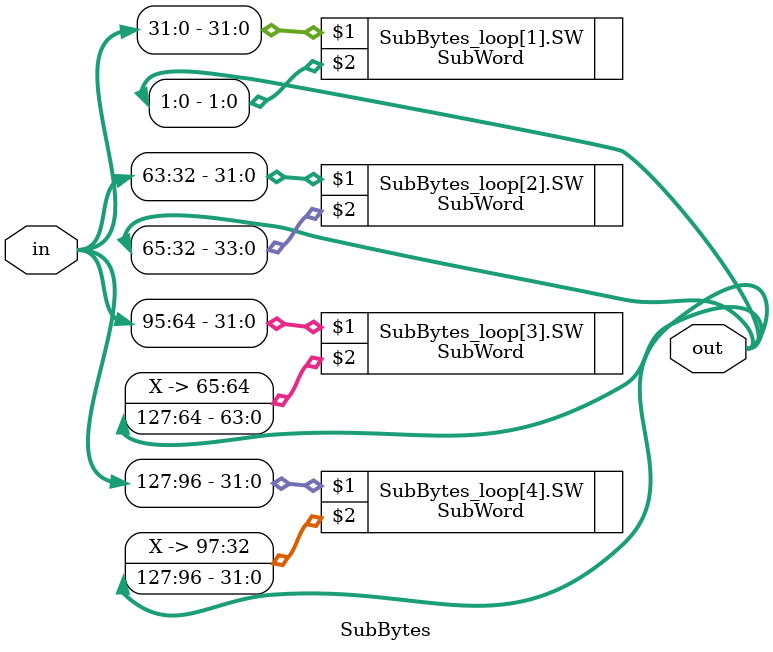
<source format=v>
`include "SubWord.v"
module SubBytes # ( parameter BYTE = 8 , parameter DWORD = 32 , parameter LENGTH = 128 )
( input [ LENGTH-1 : 0 ] in , output [ LENGTH-1 : 0 ] out ) ;

genvar index ;
generate
	for ( index = 1 ; index <= 4 ; index = index + 1) begin : SubBytes_loop
		SubWord SW ( in [ index*DWORD-1 : ( index-1 )*DWORD ] , out [ index*WORD-1 : ( index-1 )*DWORD ] ) ;
	end
endgenerate

endmodule

</source>
